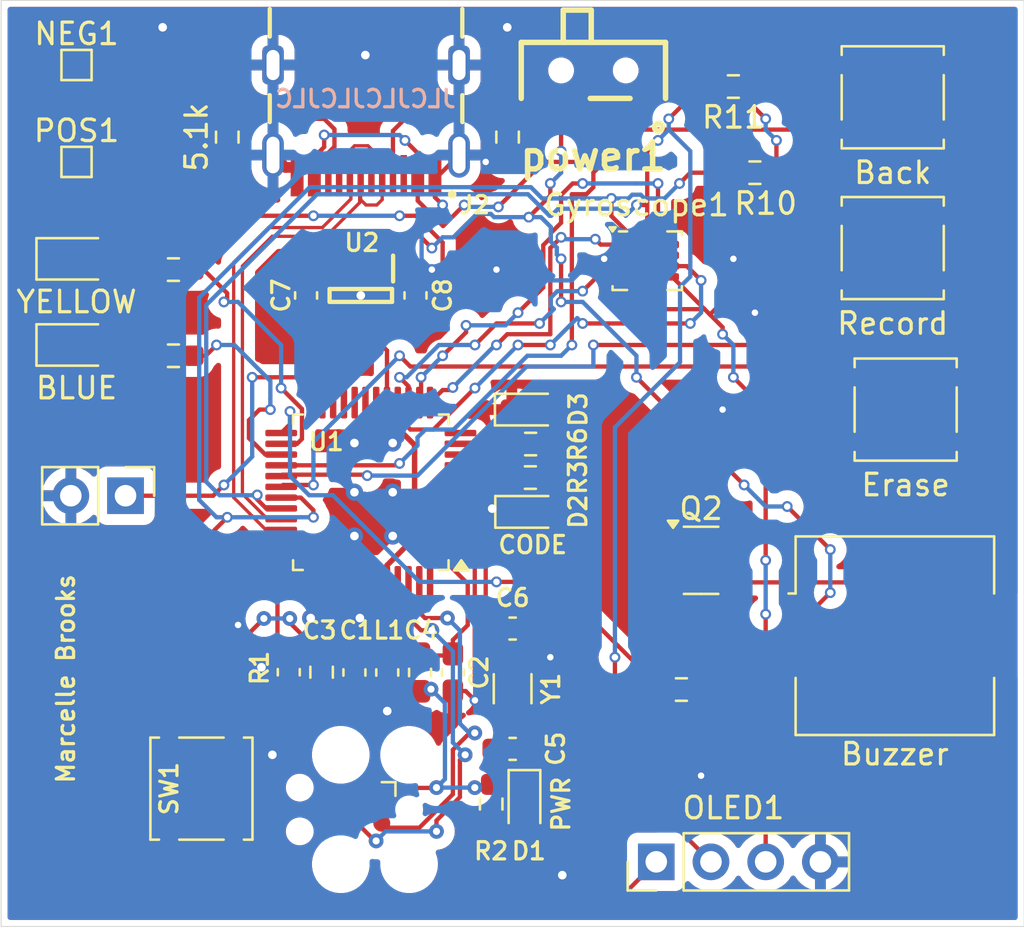
<source format=kicad_pcb>
(kicad_pcb (version 20240108) (generator "pcbnew") (generator_version "8.0")
  (layers (0 "F.Cu" signal) (31 "B.Cu" signal) (34 "B.Paste" user) (35 "F.Paste" user) (36 "B.SilkS" user "B.Silkscreen") (37 "F.SilkS" user "F.Silkscreen") (38 "B.Mask" user) (39 "F.Mask" user) (44 "Edge.Cuts" user))
  (net 0 "")
  (net 1 "Net-(U1-VDDCORE)")
  (net 2 "GND")
  (net 3 "/VDDANA")
  (net 4 "+3V3")
  (net 5 "/XC1")
  (net 6 "/XC2")
  (net 7 "VBUS")
  (net 8 "Net-(D1-A)")
  (net 9 "Net-(D2-A)")
  (net 10 "Net-(D3-A)")
  (net 11 "/LED1")
  (net 12 "/LED2")
  (net 13 "/POT")
  (net 16 "Net-(J2-CC1)")
  (net 17 "Net-(J2-CC2)")
  (net 18 "/SWD")
  (net 19 "/SWC")
  (net 20 "/D+")
  (net 21 "/D-")
  (net 22 "/~{RST}")
  (net 25 "Net-(D4-A)")
  (net 27 "Net-(D5-A)")
  (net 28 "+3.3V")
  (net 29 "/INT2")
  (net 31 "/SDA")
  (net 33 "/SAO")
  (net 34 "/CS")
  (net 39 "/SCL")
  (net 41 "/INT1")
  (net 47 "Net-(J2-VBUS-PadA4_B9)")
  (net 51 "/PRSN")
  (net 52 "Net-(Q2-B)")
  (net 53 "/BZ1")
  (net 54 "/A0")
  (net 55 "/A1")
  (net 56 "/BTN1")
  (net 57 "/BTN2")
  (net 58 "/BTN3")
  (net 59 "Net-(BZ1--)")
  (net 60 "unconnected-(U1-PA13-Pad22)")
  (footprint "Button_Switch_SMD:SW_SPST_TL3305A" (layer "F.Cu") (at 146.5 97)
    (property "Reference" "SW4" (hide yes))
    (property "Value" "Erase")
  )
  (footprint "hcipcb:SSSS810701" (layer "F.Cu") (at 131.25 83 180)
    (property "Reference" "power1" (hide yes))
    (property "Value" "SSSS810701" (hide yes))
  )
  (footprint "Connector_PinHeader_2.54mm:PinHeader_1x04_P2.54mm_Vertical" (layer "F.Cu") (at 134.92 118 90)
    (property "Reference" "OLED1")
    (property "Value" "Conn_01x04_Pin" (hide yes))
  )
  (footprint "LED_SMD:LED_0603_1608Metric_Pad1.05x0.95mm_HandSolder" (layer "F.Cu") (at 128.8 115.4 -90)
    (property "Reference" "D1")
    (property "Value" "GREEN")
  )
  (footprint "LED_SMD:LED_0805_2012Metric_Pad1.15x1.40mm_HandSolder" (layer "F.Cu") (at 108 90)
    (property "Reference" "D4" (hide yes))
    (property "Value" "YELLOW")
  )
  (footprint "Resistor_SMD:R_0603_1608Metric_Pad0.98x0.95mm_HandSolder" (layer "F.Cu") (at 129.075 100.15675)
    (property "Reference" "R3")
    (property "Value" "1k")
  )
  (footprint "Capacitor_SMD:C_0603_1608Metric_Pad1.08x0.95mm_HandSolder" (layer "F.Cu") (at 117.856 109.194 -90)
    (property "Reference" "C3")
    (property "Value" "0.1uF")
  )
  (footprint "Package_QFP:TQFP-48_7x7mm_P0.5mm" (layer "F.Cu") (at 121.666 100.838 180)
    (property "Reference" "U1")
    (property "Value" "ATSAMD21G18A-A")
  )
  (footprint "Inductor_SMD:L_0603_1608Metric_Pad1.05x0.95mm_HandSolder" (layer "F.Cu") (at 123.952 109.207 90)
    (property "Reference" "L1")
    (property "Value" "FB-30R")
  )
  (footprint "LED_SMD:LED_0603_1608Metric_Pad1.05x0.95mm_HandSolder" (layer "F.Cu") (at 129.0875 97)
    (property "Reference" "D3")
    (property "Value" "RED")
  )
  (footprint "Package_LGA:LGA-14_3x2.5mm_P0.5mm_LayoutBorder3x4y" (layer "F.Cu") (at 134.5 90.0875)
    (property "Reference" "Gyroscope1")
    (property "Value" "LSM6DS3")
  )
  (footprint "LED_SMD:LED_0603_1608Metric_Pad1.05x0.95mm_HandSolder" (layer "F.Cu") (at 129.104886 101.75)
    (property "Reference" "D2")
    (property "Value" "RED")
  )
  (footprint "Buzzer_Beeper:Buzzer_Murata_PKMCS0909E" (layer "F.Cu") (at 146 107.5)
    (property "Reference" "BZ1" (hide yes))
    (property "Value" "Buzzer")
  )
  (footprint "Capacitor_SMD:C_0603_1608Metric_Pad1.08x0.95mm_HandSolder" (layer "F.Cu") (at 128.25 107.168)
    (property "Reference" "C6")
    (property "Value" "15uF")
  )
  (footprint "Capacitor_SMD:C_0603_1608Metric_Pad1.08x0.95mm_HandSolder" (layer "F.Cu") (at 122.428 109.207 -90)
    (property "Reference" "C4")
    (property "Value" "0.1uF")
  )
  (footprint "Capacitor_SMD:C_0603_1608Metric_Pad1.08x0.95mm_HandSolder" (layer "F.Cu") (at 125.476 109.207 -90)
    (property "Reference" "C2")
    (property "Value" "0.1uF")
  )
  (footprint "hcipcb:GCT_USB4105-GF-A" (layer "F.Cu") (at 121.443119 80.999999 180)
    (property "Reference" "J2")
    (property "Value" "USB4105-GF-A")
  )
  (footprint "Resistor_SMD:R_0603_1608Metric_Pad0.98x0.95mm_HandSolder" (layer "F.Cu") (at 136.0875 110)
    (property "Reference" "R7" (hide yes))
    (property "Value" "1k")
  )
  (footprint "Button_Switch_SMD:SW_SPST_TL3305A" (layer "F.Cu") (at 145.9 89.5)
    (property "Reference" "SW3" (hide yes))
    (property "Value" "Record")
  )
  (footprint "Resistor_SMD:R_0603_1608Metric_Pad0.98x0.95mm_HandSolder" (layer "F.Cu") (at 138.5 82 180)
    (property "Reference" "R11")
    (property "Value" "4.7k")
  )
  (footprint "Package_TO_SOT_SMD:SOT-23-3" (layer "F.Cu") (at 137 104)
    (property "Reference" "Q2")
    (property "Value" "BC107")
  )
  (footprint "Resistor_SMD:R_0603_1608Metric_Pad0.98x0.95mm_HandSolder" (layer "F.Cu") (at 127.254 115.316 -90)
    (property "Reference" "R2")
    (property "Value" "1k")
  )
  (footprint "Resistor_SMD:R_0603_1608Metric_Pad0.98x0.95mm_HandSolder" (layer "F.Cu") (at 128.016 84.348 -90)
    (property "Reference" "R4" (hide yes))
    (property "Value" "5.1k")
  )
  (footprint "Button_Switch_SMD:SW_SPST_TL3305A" (layer "F.Cu") (at 145.9 82.5)
    (property "Reference" "SW2" (hide yes))
    (property "Value" "Back")
  )
  (footprint "Capacitor_SMD:C_0603_1608Metric_Pad1.08x0.95mm_HandSolder" (layer "F.Cu") (at 118.66 91.7 90)
    (property "Reference" "C7")
    (property "Value" "1uF")
  )
  (footprint "TestPoint:TestPoint_Pad_1.0x1.0mm" (layer "F.Cu") (at 108 81)
    (property "Reference" "NEG1")
    (property "Value" "TestPoint")
  )
  (footprint "Capacitor_SMD:C_0603_1608Metric_Pad1.08x0.95mm_HandSolder" (layer "F.Cu") (at 123.74 91.7 90)
    (property "Reference" "C8")
    (property "Value" "1uF")
  )
  (footprint "Resistor_SMD:R_0603_1608Metric_Pad0.98x0.95mm_HandSolder" (layer "F.Cu") (at 129.0875 98.6)
    (property "Reference" "R6")
    (property "Value" "1k")
  )
  (footprint "Capacitor_SMD:C_0603_1608Metric_Pad1.08x0.95mm_HandSolder" (layer "F.Cu") (at 120.904 109.207 -90)
    (property "Reference" "C1")
    (property "Value" "0.1uF")
  )
  (footprint "Button_Switch_SMD:SW_SPST_TL3305A" (layer "F.Cu") (at 113.8 114.6 -90)
    (property "Reference" "SW1")
    (property "Value" "SW_Push")
  )
  (footprint "Resistor_SMD:R_0603_1608Metric_Pad0.98x0.95mm_HandSolder" (layer "F.Cu") (at 115 84.348 -90)
    (property "Reference" "R5" (hide yes))
    (property "Value" "5.1k")
  )
  (footprint "hcipcb:SOT95P280X145-5N" (layer "F.Cu") (at 121.2 91.7 -90)
    (property "Reference" "U2")
    (property "Value" "TLV73333PQDBVRQ1" (hide yes))
  )
  (footprint "Capacitor_SMD:C_0603_1608Metric_Pad1.08x0.95mm_HandSolder" (layer "F.Cu") (at 128.25 112.756)
    (property "Reference" "C5")
    (property "Value" "15uF")
  )
  (footprint "Resistor_SMD:R_0603_1608Metric_Pad0.98x0.95mm_HandSolder" (layer "F.Cu") (at 112.5 90.5 180)
    (property "Reference" "R8" (hide yes))
    (property "Value" "1k")
  )
  (footprint "Resistor_SMD:R_0603_1608Metric_Pad0.98x0.95mm_HandSolder" (layer "F.Cu") (at 139.5 86 180)
    (property "Reference" "R10")
    (property "Value" "4.7k")
  )
  (footprint "Connector_PinHeader_2.54mm:PinHeader_1x02_P2.54mm_Vertical" (layer "F.Cu") (at 110.275 101 -90)
    (property "Reference" "PressureSensor1" (hide yes))
    (property "Value" "Conn_01x02_Pin" (hide yes))
  )
  (footprint "LED_SMD:LED_0805_2012Metric_Pad1.15x1.40mm_HandSolder" (layer "F.Cu") (at 108 94)
    (property "Reference" "D5" (hide yes))
    (property "Value" "BLUE")
  )
  (footprint "Resistor_SMD:R_0603_1608Metric_Pad0.98x0.95mm_HandSolder" (layer "F.Cu") (at 112.5 94.5 180)
    (property "Reference" "R9" (hide yes))
    (property "Value" "1k")
  )
  (footprint "TestPoint:TestPoint_Pad_1.0x1.0mm" (layer "F.Cu") (at 108 85.5)
    (property "Reference" "POS1")
    (property "Value" "TestPoint")
  )
  (footprint "Connector:Tag-Connect_TC2030-IDC-FP_2x03_P1.27mm_Vertical" (layer "F.Cu") (at 120.904 115.57 180)
    (property "Reference" "J1" (hide yes))
    (property "Value" "SWD_TAG-CONNECT")
  )
  (footprint "Crystal:Crystal_SMD_3215-2Pin_3.2x1.5mm" (layer "F.Cu") (at 128.25 109.962 90)
    (property "Reference" "Y1")
    (property "Value" "Crystal_Small")
  )
  (footprint "Resistor_SMD:R_0603_1608Metric_Pad0.98x0.95mm_HandSolder" (layer "F.Cu") (at 119.38 109.194 90)
    (property "Reference" "R1")
    (property "Value" "10k")
  )
  (gr_line (start 132.5 90) (end 131.5 90.5) (stroke (width 0.254)) (layer "B.Cu") (net 2))
  (gr_rect (start 104.5 78) (end 152 121) (stroke (width 0.0381)) (fill none) (layer "Edge.Cuts"))
  (gr_text "JLCJLCJLCJLC" (at 121.412 82.57 0) (layer "B.SilkS") (effects (font (size 0.8128 0.8128) (thickness 0.1524)) (justify mirror)))
  (gr_text "PWR" (at 130.5 115.316 90) (layer "F.SilkS") (effects (font (size 0.8 0.8) (thickness 0.15) (bold yes))))
  (gr_text "Marcelle Brooks\n" (at 107.5 109.5 90) (layer "F.SilkS") (effects (font (size 0.8 0.8) (thickness 0.15) (bold yes))))
  (gr_text "CODE" (at 127.5 103.75 0) (layer "F.SilkS") (effects (font (size 0.8 0.8) (thickness 0.15) (bold yes)) (justify left bottom)))
  (segment (start 121.916 107.42) (end 121.916 105.0005) (width 0.2) (layer "F.Cu") (net 1))
  (segment (start 120.904 108.432) (end 121.916 107.42) (width 0.2) (layer "F.Cu") (net 1))
  (segment (start 124.1625 90.8375) (end 124.5 90.5) (width 0.2) (layer "F.Cu") (net 2))
  (segment (start 121.2 91.7) (end 121.2 90.45) (width 0.5) (layer "F.Cu") (net 2))
  (segment (start 135 91) (end 134.5 91) (width 0.2) (layer "F.Cu") (net 2))
  (segment (start 122.965 91.7) (end 123.74 90.925) (width 0.5) (layer "F.Cu") (net 2))
  (segment (start 121.416 106.422) (end 121.416 105.0005) (width 0.2) (layer "F.Cu") (net 2))
  (segment (start 121.916 97.54) (end 121.916 96.6755) (width 0.2) (layer "F.Cu") (net 2))
  (segment (start 120.904 102.87) (end 121.416 103.382) (width 0.2) (layer "F.Cu") (net 2))
  (segment (start 134.149999 90.3375) (end 134.5 90.687501) (width 0.2) (layer "F.Cu") (net 2))
  (segment (start 133.3375 89.8375) (end 133.3375 90.3375) (width 0.2) (layer "F.Cu") (net 2))
  (segment (start 120.904 98.552) (end 121.916 97.54) (width 0.2) (layer "F.Cu") (net 2))
  (segment (start 124.803119 86.139999) (end 125.763119 85.179999) (width 0.2) (layer "F.Cu") (net 2))
  (segment (start 119.272179 115.423821) (end 117.455821 115.423821) (width 0.25) (layer "F.Cu") (net 2))
  (segment (start 118.243119 85.754999) (end 117.698119 85.754999) (width 0.5) (layer "F.Cu") (net 2))
  (segment (start 132.6625 89.8375) (end 132.5 90) (width 0.2) (layer "F.Cu") (net 2))
  (segment (start 121.158 106.68) (end 121.416 106.422) (width 0.2) (layer "F.Cu") (net 2))
  (segment (start 119.435 91.7) (end 118.66 92.475) (width 0.5) (layer "F.Cu") (net 2))
  (segment (start 121.2 91.7) (end 119.435 91.7) (width 0.5) (layer "F.Cu") (net 2))
  (segment (start 119.852 103.088) (end 120.686 103.088) (width 0.2) (layer "F.Cu") (net 2))
  (segment (start 133.3375 89.8375) (end 132.6625 89.8375) (width 0.2) (layer "F.Cu") (net 2))
  (segment (start 124.412 85.424) (end 124.392 85.444) (width 0.2) (layer "F.Cu") (net 2))
  (segment (start 121.416 103.382) (end 121.416 105.0005) (width 0.2) (layer "F.Cu") (net 2))
  (segment (start 128.245255 101.588) (end 128.317386 101.660131) (width 0.2) (layer "F.Cu") (net 2))
  (segment (start 133.3375 90.3375) (end 134.149999 90.3375) (width 0.2) (layer "F.Cu") (net 2))
  (segment (start 117.5035 103.088) (end 119.852 103.088) (width 0.2) (layer "F.Cu") (net 2))
  (segment (start 129.1125 107.168) (end 129.1125 107.6125) (width 0.2) (layer "F.Cu") (net 2))
  (segment (start 123.74 90.8375) (end 124.1625 90.8375) (width 0.2) (layer "F.Cu") (net 2))
  (segment (start 125.476 110.0695) (end 126.0695 110.0695) (width 0.2) (layer "F.Cu") (net 2))
  (segment (start 126.0695 110.0695) (end 126.5 110.5) (width 0.2) (layer "F.Cu") (net 2))
  (segment (start 125.8285 101.588) (end 128.245255 101.588) (width 0.2) (layer "F.Cu") (net 2))
  (segment (start 124.643119 87.143119) (end 125 87.5) (width 0.2) (layer "F.Cu") (net 2))
  (segment (start 129.1125 107.6125) (end 130 108.5) (width 0.2) (layer "F.Cu") (net 2))
  (segment (start 124.643119 86.139999) (end 124.803119 86.139999) (width 0.2) (layer "F.Cu") (net 2))
  (segment (start 117.698119 85.754999) (end 117.123119 85.179999) (width 0.5) (layer "F.Cu") (net 2))
  (segment (start 119.761 114.935) (end 119.272179 115.423821) (width 0.25) (layer "F.Cu") (net 2))
  (segment (start 120.686 103.088) (end 120.904 102.87) (width 0.2) (layer "F.Cu") (net 2))
  (segment (start 124.643119 86.139999) (end 124.643119 87.143119) (width 0.2) (layer "F.Cu") (net 2))
  (segment (start 134.5 90.687501) (end 134.5 91) (width 0.2) (layer "F.Cu") (net 2))
  (segment (start 125.73 110.236) (end 125.476 109.982) (width 0.2) (layer "F.Cu") (net 2))
  (segment (start 121.2 91.7) (end 122.965 91.7) (width 0.5) (layer "F.Cu") (net 2))
  (via (at 120.904 100.838) (size 0.8) (drill 0.4) (layers "F.Cu" "B.Cu") (net 2))
  (via (at 126.5 110.5) (size 0.5) (drill 0.3) (layers "F.Cu" "B.Cu") (net 2))
  (via (at 127.3 101.6) (size 0.8) (drill 0.4) (layers "F.Cu" "B.Cu") (net 2))
  (via (at 130 108.5) (size 0.5) (drill 0.3) (layers "F.Cu" "B.Cu") (net 2))
  (via (at 132.5 90) (size 0.5) (drill 0.3) (layers "F.Cu" "B.Cu") (net 2))
  (via (at 127 85.5) (size 0.5) (drill 0.3) (layers "F.Cu" "B.Cu") (net 2))
  (via (at 120.904 98.552) (size 0.8) (drill 0.4) (layers "F.Cu" "B.Cu") (net 2))
  (via (at 130.556 118.618) (size 0.8) (drill 0.4) (layers "F.Cu" "B.Cu") (net 2))
  (via (at 117.094 113.03) (size 0.8) (drill 0.4) (layers "F.Cu" "B.Cu") (net 2))
  (via (at 118.872 106.68) (size 0.8) (drill 0.4) (layers "F.Cu" "B.Cu") (net 2))
  (via (at 115.5 107) (size 0.5) (drill 0.3) (layers "F.Cu" "B.Cu") (net 2))
  (via (at 120.904 102.87) (size 0.8) (drill 0.4) (layers "F.Cu" "B.Cu") (net 2))
  (via (at 139.5 92.5) (size 0.5) (drill 0.3) (layers "F.Cu" "B.Cu") (net 2))
  (via (at 122.682 102.87) (size 0.8) (drill 0.4) (layers "F.Cu" "B.Cu") (net 2))
  (via (at 127.5 90.5) (size 0.5) (drill 0.3) (layers "F.Cu" "B.Cu") (net 2))
  (via (at 122.682 100.838) (size 0.8) (drill 0.4) (layers "F.Cu" "B.Cu") (net 2))
  (via (at 122.682 98.552) (size 0.8) (drill 0.4) (layers "F.Cu" "B.Cu") (net 2))
  (via (at 121.158 106.68) (size 0.8) (drill 0.4) (layers "F.Cu" "B.Cu") (net 2))
  (via (at 138 97) (size 0.5) (drill 0.3) (layers "F.Cu" "B.Cu") (net 2))
  (via (at 121.412 80.538) (size 0.8) (drill 0.4) (layers "F.Cu" "B.Cu") (net 2))
  (via (at 112 79.25) (size 0.8) (drill 0.4) (layers "F.Cu" "B.Cu") (net 2))
  (via (at 116.586 108.966) (size 0.8) (drill 0.4) (layers "F.Cu" "B.Cu") (net 2))
  (via (at 138.5 90) (size 0.5) (drill 0.3) (layers "F.Cu" "B.Cu") (net 2))
  (via (at 125 87.5) (size 0.5) (drill 0.3) (layers "F.Cu" "B.Cu") (net 2))
  (via (at 137 114) (size 0.5) (drill 0.3) (layers "F.Cu" "B.Cu") (net 2))
  (via (at 128 79.25) (size 0.8) (drill 0.4) (layers "F.Cu" "B.Cu") (net 2))
  (via (at 121.2 91.7) (size 0.8) (drill 0.4) (layers "F.Cu" "B.Cu") (net 2))
  (via (at 122.428 110.998) (size 0.8) (drill 0.4) (layers "F.Cu" "B.Cu") (net 2))
  (via (at 124.5 90.5) (size 0.5) (drill 0.3) (layers "F.Cu" "B.Cu") (net 2))
  (segment (start 124.023 90.023) (end 124.5 90.5) (width 0.2) (layer "B.Cu") (net 2))
  (segment (start 124.5 90.5) (end 127.5 90.5) (width 0.2) (layer "B.Cu") (net 2))
  (segment (start 125 87.5) (end 124.023 88.477) (width 0.2) (layer "B.Cu") (net 2))
  (segment (start 128 91) (end 127.5 90.5) (width 0.2) (layer "B.Cu") (net 2))
  (segment (start 117.123119 85.179999) (end 117.123119 80.999999) (width 0.5) (layer "B.Cu") (net 2))
  (segment (start 124.023 88.477) (end 124.023 90.023) (width 0.2) (layer "B.Cu") (net 2))
  (segment (start 131 91) (end 128 91) (width 0.2) (layer "B.Cu") (net 2))
  (segment (start 126.5 110.5) (end 129 108) (width 0.2) (layer "B.Cu") (net 2))
  (segment (start 129 108) (end 129 107.5) (width 0.2) (layer "B.Cu") (net 2))
  (segment (start 131.5 90.5) (end 131 91) (width 0.2) (layer "B.Cu") (net 2))
  (segment (start 125.763119 85.179999) (end 125.763119 80.999999) (width 0.5) (layer "B.Cu") (net 2))
  (segment (start 126.16548 105.08348) (end 125.04652 103.96452) (width 0.2) (layer "F.Cu") (net 3))
  (segment (start 125.4635 108.4195) (end 125.476 108.432) (width 0.2) (layer "F.Cu") (net 3))
  (segment (start 125.476 107.696) (end 126.16496 107.00704) (width 0.2) (layer "F.Cu") (net 3))
  (segment (start 126.16548 105.822968) (end 126.16548 105.08348) (width 0.2) (layer "F.Cu") (net 3))
  (segment (start 123.952 108.4195) (end 125.4635 108.4195) (width 0.2) (layer "F.Cu") (net 3))
  (segment (start 125.041107 103.96452) (end 124.79148 103.714893) (width 0.2) (layer "F.Cu") (net 3))
  (segment (start 125.476 108.432) (end 125.476 107.696) (width 0.2) (layer "F.Cu") (net 3))
  (segment (start 125.04652 103.96452) (end 125.041107 103.96452) (width 0.2) (layer "F.Cu") (net 3))
  (segment (start 126.16496 105.823488) (end 126.16548 105.822968) (width 0.2) (layer "F.Cu") (net 3))
  (segment (start 125.061349 101.088) (end 125.8285 101.088) (width 0.2) (layer "F.Cu") (net 3))
  (segment (start 124.79148 101.357869) (end 125.061349 101.088) (width 0.2) (layer "F.Cu") (net 3))
  (segment (start 124.79148 103.714893) (end 124.79148 101.357869) (width 0.2) (layer "F.Cu") (net 3))
  (segment (start 126.16496 107.00704) (end 126.16496 105.823488) (width 0.2) (layer "F.Cu") (net 3))
  (segment (start 123 88) (end 123.760818 88) (width 0.2) (layer "F.Cu") (net 4))
  (segment (start 122.416 96.6755) (end 122.416 94.255175) (width 0.2) (layer "F.Cu") (net 4))
  (segment (start 123.698 98.643795) (end 122.844205 97.79) (width 0.254) (layer "F.Cu") (net 4))
  (segment (start 122.216 92.884) (end 122.216 94.055175) (width 0.2) (layer "F.Cu") (net 4))
  (segment (start 124.4475 109.9945) (end 123.952 109.9945) (width 0.2) (layer "F.Cu") (net 4))
  (segment (start 123.843 92.475) (end 123.74 92.475) (width 0.2) (layer "F.Cu") (net 4))
  (segment (start 125 89.239182) (end 125 91.3025) (width 0.2) (layer "F.Cu") (net 4))
  (segment (start 127.191 114.554) (end 127.254 114.491) (width 0.2) (layer "F.Cu") (net 4))
  (segment (start 117.330589 107.893589) (end 117.330589 103.760911) (width 0.2) (layer "F.Cu") (net 4))
  (segment (start 122.844205 97.79) (end 122.828403 97.79) (width 0.254) (layer "F.Cu") (net 4))
  (segment (start 117.856 108.419) (end 117.330589 107.893589) (width 0.2) (layer "F.Cu") (net 4))
  (segment (start 121.62752 109.23248) (end 122.428 108.432) (width 0.2) (layer "F.Cu") (net 4))
  (segment (start 123.6315 92.5835) (end 122.5165 92.5835) (width 0.2) (layer "F.Cu") (net 4))
  (segment (start 122.921394 114.554) (end 122.682 114.554) (width 0.2) (layer "F.Cu") (net 4))
  (segment (start 122.5165 92.5835) (end 122.216 92.884) (width 0.2) (layer "F.Cu") (net 4))
  (segment (start 122.416 97.377597) (end 122.416 96.6755) (width 0.254) (layer "F.Cu") (net 4))
  (segment (start 124.701029 114.566971) (end 122.934365 114.566971) (width 0.2) (layer "F.Cu") (net 4))
  (segment (start 124.714 114.554) (end 124.701029 114.566971) (width 0.2) (layer "F.Cu") (net 4))
  (segment (start 122.416 94.255175) (end 122.216 94.055175) (width 0.2) (layer "F.Cu") (net 4))
  (segment (start 122.416 105.0005) (end 122.416 104.233103) (width 0.254) (layer "F.Cu") (net 4))
  (segment (start 122.682 114.554) (end 122.301 114.935) (width 0.2) (layer "F.Cu") (net 4))
  (segment (start 122.416 104.233103) (end 123.698 102.951103) (width 0.254) (layer "F.Cu") (net 4))
  (segment (start 119.38 110.019) (end 120.16652 109.23248) (width 0.2) (layer "F.Cu") (net 4))
  (segment (start 119.38 109.943) (end 117.856 108.419) (width 0.2) (layer "F.Cu") (net 4))
  (segment (start 126.492 114.554) (end 127.191 114.554) (width 0.2) (layer "F.Cu") (net 4))
  (segment (start 122.416 105.0005) (end 122.416 108.42) (width 0.2) (layer "F.Cu") (net 4))
  (segment (start 122.828403 97.79) (end 122.416 97.377597) (width 0.254) (layer "F.Cu") (net 4))
  (segment (start 125 91.3025) (end 123.74 92.5625) (width 0.2) (layer "F.Cu") (net 4))
  (segment (start 122.428 108.432) (end 122.428 108.4705) (width 0.2) (layer "F.Cu") (net 4))
  (segment (start 119.38 110.019) (end 119.38 109.943) (width 0.2) (layer "F.Cu") (net 4))
  (segment (start 108 85.5) (end 110.5 88) (width 0.2) (layer "F.Cu") (net 4))
  (segment (start 117.330589 103.760911) (end 117.5035 103.588) (width 0.2) (layer "F.Cu") (net 4))
  (segment (start 123.698 102.951103) (end 123.698 98.643795) (width 0.254) (layer "F.Cu") (net 4))
  (segment (start 110.5 88) (end 119 88) (width 0.2) (layer "F.Cu") (net 4))
  (segment (start 123.760818 88) (end 125 89.239182) (width 0.2) (layer "F.Cu") (net 4))
  (segment (start 124.46 109.982) (end 124.4475 109.9945) (width 0.2) (layer "F.Cu") (net 4))
  (segment (start 122.428 108.4705) (end 123.952 109.9945) (width 0.2) (layer "F.Cu") (net 4))
  (segment (start 122.416 108.42) (end 122.428 108.432) (width 0.2) (layer "F.Cu") (net 4))
  (segment (start 122.934365 114.566971) (end 122.921394 114.554) (width 0.2) (layer "F.Cu") (net 4))
  (segment (start 120.16652 109.23248) (end 121.62752 109.23248) (width 0.2) (layer "F.Cu") (net 4))
  (via (at 126.492 114.554) (size 0.6858) (drill 0.3302) (layers "F.Cu" "B.Cu") (net 4))
  (via (at 123 88) (size 0.5) (drill 0.3) (layers "F.Cu" "B.Cu") (net 4))
  (via (at 124.46 109.982) (size 0.6858) (drill 0.3302) (layers "F.Cu" "B.Cu") (net 4))
  (via (at 124.714 114.554) (size 0.6858) (drill 0.3302) (layers "F.Cu" "B.Cu") (net 4))
  (via (at 119 88) (size 0.5) (drill 0.3) (layers "F.Cu" "B.Cu") (net 4))
  (segment (start 125.107971 114.160029) (end 124.714 114.554) (width 0.2) (layer "B.Cu") (net 4))
  (segment (start 124.714 114.554) (end 126.492 114.554) (width 0.2) (layer "B.Cu") (net 4))
  (segment (start 124.46 109.982) (end 125.103489 110.625489) (width 0.2) (layer "B.Cu") (net 4))
  (segment (start 125.107971 111.261992) (end 125.107971 114.160029) (width 0.2) (layer "B.Cu") (net 4))
  (segment (start 125.103489 110.625489) (end 125.103489 111.25751) (width 0.2) (layer "B.Cu") (net 4))
  (segment (start 119 88) (end 123 88) (width 0.2) (layer "B.Cu") (net 4))
  (segment (start 125.103489 111.25751) (end 125.107971 111.261992) (width 0.2) (layer "B.Cu") (net 4))
  (segment (start 125.8285 103.588) (end 126.492 104.2515) (width 0.2) (layer "F.Cu") (net 5))
  (segment (start 128.016 111.252) (end 128.016 111.981) (width 0.2) (layer "F.Cu") (net 5))
  (segment (start 126.49148 109.72748) (end 128.016 111.252) (width 0.2) (layer "F.Cu") (net 5))
  (segment (start 126.492 105.958217) (end 126.49148 105.958737) (width 0.2) (layer "F.Cu") (net 5))
  (segment (start 128.016 111.981) (end 127.241 112.756) (width 0.2) (layer "F.Cu") (net 5))
  (segment (start 126.49148 105.958737) (end 126.49148 109.72748) (width 0.2) (layer "F.Cu") (net 5))
  (segment (start 126.492 104.2515) (end 126.492 105.958217) (width 0.2) (layer "F.Cu") (net 5))
  (segment (start 127 106.934) (end 128.016 107.95) (width 0.2) (layer "F.Cu") (net 6))
  (segment (start 128.016 107.95) (end 128.016 107.97) (width 0.2) (layer "F.Cu") (net 6))
  (segment (start 128.016 108.478) (end 128.25 108.712) (width 0.25) (layer "F.Cu") (net 6))
  (segment (start 128.016 107.97) (end 128.016 108.478) (width 0.25) (layer "F.Cu") (net 6))
  (segment (start 125.8285 103.088) (end 126.631006 103.088) (width 0.2) (layer "F.Cu") (net 6))
  (segment (start 126.631006 103.088) (end 127 103.456994) (width 0.2) (layer "F.Cu") (net 6))
  (segment (start 127 103.456994) (end 127 106.934) (width 0.2) (layer "F.Cu") (net 6))
  (segment (start 130.5 85) (end 130.5 83.75) (width 0.2) (layer "F.Cu") (net 7))
  (segment (start 131.25 82.25) (end 131.25 83.25) (width 0.2) (layer "F.Cu") (net 7))
  (segment (start 120.25 89.908142) (end 120.25 89.82907) (width 0.5) (layer "F.Cu") (net 7))
  (segment (start 122.15 90.45) (end 122.15 89.922) (width 0.5) (layer "F.Cu") (net 7))
  (segment (start 139 100.5) (end 134 95.5) (width 0.2) (layer "F.Cu") (net 7))
  (segment (start 130 86.5) (end 130 87.06429) (width 0.2) (layer "F.Cu") (net 7))
  (segment (start 122.15 90.45) (end 123.7401 88.8599) (width 0.5) (layer "F.Cu") (net 7))
  (segment (start 141.65 106.85) (end 143 105.5) (width 0.2) (layer "F.Cu") (net 7))
  (segment (start 130.5 83.75) (end 131.25 83) (width 0.2) (layer "F.Cu") (net 7))
  (segment (start 118.66 90.925) (end 119.135 90.45) (width 0.5) (layer "F.Cu") (net 7))
  (segment (start 123.35 89.25) (end 123.7401 88.8599) (width 0.5) (layer "F.Cu") (net 7))
  (segment (start 120.82907 89.25) (end 123.35 89.25) (width 0.5) (layer "F.Cu") (net 7))
  (segment (start 124.5 89.5) (end 123.8599 88.8599) (width 0.2) (layer "F.Cu") (net 7))
  (segment (start 130 87.06429) (end 129 88.06429) (width 0.2) (layer "F.Cu") (net 7))
  (segment (start 130.5 92) (end 130.5 90) (width 0.2) (layer "F.Cu") (net 7))
  (segment (start 123.8599 88.8599) (end 123.7401 88.8599) (width 0.2) (layer "F.Cu") (net 7))
  (segment (start 120.25 89.82907) (end 120.82907 89.25) (width 0.5) (layer "F.Cu") (net 7))
  (segment (start 142 102.5) (end 141 101.5) (width 0.2) (layer "F.Cu") (net 7))
  (segment (start 123.7401 88.8599) (end 123.843119 88.756881) (width 0.5) (layer "F.Cu") (net 7))
  (segment (start 119.135 90.45) (end 120.25 90.45) (width 0.5) (layer "F.Cu") (net 7))
  (segment (start 122.15 89.95) (end 122.15 90.3085) (width 0.5) (layer "F.Cu") (net 7))
  (segment (start 143 103.5) (end 142 102.5) (width 0.2) (layer "F.Cu") (net 7))
  (segment (start 141.65 107.5) (end 141.65 106.85) (width 0.2) (layer "F.Cu") (net 7))
  (via (at 143 103.5) (size 0.5) (drill 0.3) (layers "F.Cu" "B.Cu") (net 7))
  (via (at 130.5 92) (size 0.5) (drill 0.3) (layers "F.Cu" "B.Cu") (net 7))
  (via (at 141 101.5) (size 0.5) (drill 0.3) (layers "F.Cu" "B.Cu") (net 7))
  (via (at 134 95.5) (size 0.5) (drill 0.3) (layers "F.Cu" "B.Cu") (net 7))
  (via (at 129 88.06429) (size 0.5) (drill 0.3) (layers "F.Cu" "B.Cu") (net 7))
  (via (at 130.5 90) (size 0.5) (drill 0.3) (layers "F.Cu" "B.Cu") (net 7))
  (via (at 124.5 89.5) (size 0.5) (drill 0.3) (layers "F.Cu" "B.Cu") (net 7))
  (via (at 130.5 85) (size 0.5) (drill 0.3) (layers "F.Cu" "B.Cu") (net 7))
  (via (at 130 86.5) (size 0.5) (drill 0.3) (layers "F.Cu" "B.Cu") (net 7))
  (via (at 139 100.5) (size 0.5) (drill 0.3) (layers "F.Cu" "B.Cu") (net 7))
  (via (at 143 105.5) (size 0.5) (drill 0.3) (layers "F.Cu" "B.Cu") (net 7))
  (segment (start 127.38971 88.06429) (end 127.23971 87.91429) (width 0.2) (layer "B.Cu") (net 7))
  (segment (start 130.5 92) (end 131.5 92) (width 0.2) (layer "B.Cu") (net 7))
  (segment (start 130.5 90) (end 130.30242 89.80242) (width 0.2) (layer "B.Cu") (net 7))
  (segment (start 129 88.06429) (end 127.38971 88.06429) (width 0.2) (layer "B.Cu") (net 7))
  (segment (start 127.23971 87.91429) (end 126.58571 87.91429) (width 0.2) (layer "B.Cu") (net 7))
  (segment (start 130.023 88.523) (end 129.56429 88.06429) (width 0.2) (layer "B.Cu") (net 7))
  (segment (start 134 94.5) (end 134 95.5) (width 0.2) (layer "B.Cu") (net 7))
  (segment (start 130.023 89.19758) (end 130.023 88.523) (width 0.2) (layer "B.Cu") (net 7))
  (segment (start 125.5 89) (end 125 89) (width 0.2) (layer "B.Cu") (net 7))
  (segment (start 141 101.5) (end 140 101.5) (width 0.2) (layer "B.Cu") (net 7))
  (segment (start 131.5 92) (end 134 94.5) (width 0.2) (layer "B.Cu") (net 7))
  (segment (start 130.30242 89.477) (end 130.023 89.19758) (width 0.2) (layer "B.Cu") (net 7))
  (segment (start 130.5 86) (end 130 86.5) (width 0.2) (layer "B.Cu") (net 7))
  (segment (start 140 101.5) (end 139 100.5) (width 0.2) (layer "B.Cu") (net 7))
  (segment (start 129.56429 88.06429) (end 129 88.06429) (width 0.2) (layer "B.Cu") (net 7))
  (segment (start 126.58571 87.91429) (end 125.5 89) (width 0.2) (layer "B.Cu") (net 7))
  (segment (start 143 105.5) (end 143 103.5) (width 0.2) (layer "B.Cu") (net 7))
  (segment (start 130.5 85) (end 130.5 86) (width 0.2) (layer "B.Cu") (net 7))
  (segment (start 130.30242 89.80242) (end 130.30242 89.477) (width 0.2) (layer "B.Cu") (net 7))
  (segment (start 125 89) (end 124.5 89.5) (width 0.2) (layer "B.Cu") (net 7))
  (segment (start 127.254 116.141) (end 128.7405 116.141) (width 0.2) (layer "F.Cu") (net 8))
  (segment (start 129.9 100.15675) (end 129.9 101.64325) (width 0.2) (layer "F.Cu") (net 9))
  (segment (start 129.9125 98.6) (end 129.9125 97.1375) (width 0.254) (layer "F.Cu") (net 10))
  (segment (start 129.9125 97.1375) (end 129.875 97.1) (width 0.254) (layer "F.Cu") (net 10))
  (segment (start 125.8285 99.088) (end 127.18125 99.088) (width 0.2) (layer "F.Cu") (net 11))
  (segment (start 127.18125 99.088) (end 128.25 100.15675) (width 0.2) (layer "F.Cu") (net 11))
  (segment (start 125.8405 98.6) (end 125.8285 98.588) (width 0.2) (layer "F.Cu") (net 12))
  (segment (start 128.2625 98.6) (end 125.8405 98.6) (width 0.2) (layer "F.Cu") (net 12))
  (segment (start 127.993 83.5) (end 123.25 83.5) (width 0.2) (layer "F.Cu") (net 16))
  (segment (start 122.693119 84.056881) (end 122.693119 85.754999) (width 0.2) (layer "F.Cu") (net 16))
  (segment (start 128.016 83.523) (end 127.993 83.5) (width 0.2) (layer "F.Cu") (net 16))
  (segment (start 123.25 83.5) (end 122.693119 84.056881) (width 0.2) (layer "F.Cu") (net 16))
  (segment (start 119.693119 85.075999) (end 119.693119 85.754999) (width 0.2) (layer "F.Cu") (net 17))
  (segment (start 119.5 83.5) (end 119.977 83.977) (width 0.2) (layer "F.Cu") (net 17))
  (segment (start 115 83.523) (end 115.023 83.5) (width 0.2) (layer "F.Cu") (net 17))
  (segment (start 115.023 83.5) (end 119.5 83.5) (width 0.2) (layer "F.Cu") (net 17))
  (segment (start 119.977 84.792118) (end 119.693119 85.075999) (width 0.2) (layer "F.Cu") (net 17))
  (segment (start 119.977 83.977) (end 119.977 84.792118) (width 0.2) (layer "F.Cu") (net 17))
  (segment (start 123.416 105.916585) (end 123.416 105.0005) (width 0.2) (layer "F.Cu") (net 18))
  (segment (start 125.476 114.859758) (end 123.920937 116.414821) (width 0.2) (layer "F.Cu") (net 18))
  (segment (start 126.492 112.014) (end 126.25613 112.014) (width 0.2) (layer "F.Cu") (net 18))
  (segment (start 122.510821 116.414821) (end 122.301 116.205) (width 0.2) (layer "F.Cu") (net 18))
  (segment (start 126.25613 112.014) (end 125.476 112.79413) (width 0.2) (layer "F.Cu") (net 18))
  (segment (start 125.476 112.79413) (end 125.476 114.859758) (width 0.2) (layer "F.Cu") (net 18))
  (segment (start 125.222 106.68) (end 124.179415 106.68) (width 0.2) (layer "F.Cu") (net 18))
  (segment (start 124.179415 106.68) (end 123.416 105.916585) (width 0.2) (layer "F.Cu") (net 18))
  (segment (start 123.920937 116.414821) (end 122.510821 116.414821) (width 0.2) (layer "F.Cu") (net 18))
  (via (at 125.222 106.68) (size 0.6858) (drill 0.3302) (layers "F.Cu" "B.Cu") (net 18))
  (via (at 126.492 112.014) (size 0.6858) (drill 0.3302) (layers "F.Cu" "B.Cu") (net 18))
  (segment (start 125.80252 111.57852) (end 126.238 112.014) (width 0.2) (layer "B.Cu") (net 18))
  (segment (start 126.238 112.014) (end 126.492 112.014) (width 0.2) (layer "B.Cu") (net 18))
  (segment (start 125.80252 107.26052) (end 125.80252 111.57852) (width 0.2) (layer "B.Cu") (net 18))
  (segment (start 125.222 106.68) (end 125.80252 107.26052) (width 0.2) (layer "B.Cu") (net 18))
  (segment (start 125.80252 113.27288) (end 125.80252 114.995008) (width 0.2) (layer "F.Cu") (net 19))
  (segment (start 121.911343 117.027691) (end 121.853691 117.027691) (width 0.2) (layer "F.Cu") (net 19))
  (segment (start 125.80252 114.995008) (end 124.714 116.083528) (width 0.2) (layer "F.Cu") (net 19))
  (segment (start 121.853691 117.027691) (end 121.031 116.205) (width 0.2) (layer "F.Cu") (net 19))
  (segment (start 123.9994 107.2494) (end 122.916 106.166) (width 0.2) (layer "F.Cu") (net 19))
  (segment (start 122.916 106.166) (end 122.916 105.0005) (width 0.2) (layer "F.Cu") (net 19))
  (segment (start 124.5 107.2494) (end 123.9994 107.2494) (width 0.2) (layer "F.Cu") (net 19))
  (segment (start 126.0454 113.03) (end 125.80252 113.27288) (width 0.2) (layer "F.Cu") (net 19))
  (segment (start 124.714 116.083528) (end 124.714 116.586) (width 0.2) (layer "F.Cu") (net 19))
  (via (at 124.5 107.2494) (size 0.6858) (drill 0.3302) (layers "F.Cu" "B.Cu") (net 19))
  (via (at 124.714 116.586) (size 0.6858) (drill 0.3302) (layers "F.Cu" "B.Cu") (net 19))
  (via (at 126.0454 113.03) (size 0.6858) (drill 0.3302) (layers "F.Cu" "B.Cu") (net 19))
  (via (at 121.911343 117.027691) (size 0.6858) (drill 0.3302) (layers "F.Cu" "B.Cu") (net 19))
  (segment (start 124.5 107.2494) (end 125.476 108.2254) (width 0.2) (layer "B.Cu") (net 19))
  (segment (start 121.911343 117.027691) (end 122.353034 116.586) (width 0.2) (layer "B.Cu") (net 19))
  (segment (start 125.476 112.4606) (end 126.0454 113.03) (width 0.2) (layer "B.Cu") (net 19))
  (segment (start 125.476 108.2254) (end 125.476 112.4606) (width 0.2) (layer "B.Cu") (net 19))
  (segment (start 122.353034 116.586) (end 124.714 116.586) (width 0.2) (layer "B.Cu") (net 19))
  (segment (start 116.748979 102.541201) (end 117.456701 102.541201) (width 0.1524) (layer "F.Cu") (net 20))
  (segment (start 115.2968 101.08417) (end 116.15642 101.94379) (width 0.1524) (layer "F.Cu") (net 20))
  (segment (start 121.693119 84.908359) (end 121.693119 85.754999) (width 0.1524) (layer "F.Cu") (net 20))
  (segment (start 120.739919 86.226799) (end 120.693119 86.179999) (width 0.1524) (layer "F.Cu") (net 20))
  (segment (start 121.53476 84.75) (end 121.693119 84.908359) (width 0.1524) (layer "F.Cu") (net 20))
  (segment (start 117.456701 102.541201) (end 117.397902 102.6) (width 0.2) (layer "F.Cu") (net 20))
  (segment (start 117.5035 102.588) (end 117.456701 102.541201) (width 0.1524) (layer "F.Cu") (net 20))
  (segment (start 115.2968 90.16583) (end 115.2968 101.08417) (width 0.1524) (layer "F.Cu") (net 20))
  (segment (start 116.15642 101.94379) (end 116.15642 101.948642) (width 0.1524) (layer "F.Cu") (net 20))
  (segment (start 119.41583 88.5468) (end 116.91583 88.5468) (width 0.1524) (layer "F.Cu") (net 20))
  (segment (start 116.15642 101.948642) (end 116.748979 102.541201) (width 0.1524) (layer "F.Cu") (net 20))
  (segment (start 120.693119 84.96524) (end 120.908359 84.75) (width 0.1524) (layer "F.Cu") (net 20))
  (segment (start 120.693119 86.139999) (end 120.693119 84.96524) (width 0.1524) (layer "F.Cu") (net 20))
  (segment (start 120.739919 87.222711) (end 119.41583 88.5468) (width 0.1524) (layer "F.Cu") (net 20))
  (segment (start 120.693119 86.179999) (end 120.693119 85.754999) (width 0.1524) (layer "F.Cu") (net 20))
  (segment (start 120.693119 86.949999) (end 120.739919 86.996799) (width 0.1524) (layer "F.Cu") (net 20))
  (segment (start 120.693119 86.139999) (end 120.693119 86.949999) (width 0.1524) (layer "F.Cu") (net 20))
  (segment (start 120.908359 84.75) (end 121.53476 84.75) (width 0.1524) (layer "F.Cu") (net 20))
  (segment (start 116.91583 88.5468) (end 115.2968 90.16583) (width 0.1524) (layer "F.Cu") (net 20))
  (segment (start 120.739919 86.996799) (end 120.739919 87.222711) (width 0.1524) (layer "F.Cu") (net 20))
  (segment (start 120.739919 86.472711) (end 120.739919 86.226799) (width 0.1524) (layer "F.Cu") (net 20))
  (segment (start 121.146319 86.996799) (end 121.146319 87.391051) (width 0.1524) (layer "F.Cu") (net 21))
  (segment (start 121.193119 86.139999) (end 121.193119 86.949999) (width 0.1524) (layer "F.Cu") (net 21))
  (segment (start 121.146319 87.391051) (end 119.58417 88.9532) (width 0.1524) (layer "F.Cu") (net 21))
  (segment (start 117.456701 102.134799) (end 117.421902 102.1) (width 0.2) (layer "F.Cu") (net 21))
  (segment (start 116.5628 101.780314) (end 116.917285 102.134799) (width 0.1524) (layer "F.Cu") (net 21))
  (segment (start 122.193119 87.252399) (end 122.193119 86.139999) (width 0.1524) (layer "F.Cu") (net 21))
  (segment (start 121.945518 87.5) (end 122.193119 87.252399) (width 0.1524) (layer "F.Cu") (net 21))
  (segment (start 121.193119 86.949999) (end 121.146319 86.996799) (width 0.1524) (layer "F.Cu") (net 21))
  (segment (start 119.58417 88.9532) (end 117.08417 88.9532) (width 0.1524) (layer "F.Cu") (net 21))
  (segment (start 117.5035 102.088) (end 117.456701 102.134799) (width 0.1524) (layer "F.Cu") (net 21))
  (segment (start 115.7032 90.33417) (end 115.7032 100.91583) (width 0.1524) (layer "F.Cu") (net 21))
  (segment (start 116.917285 102.134799) (end 117.456701 102.134799) (width 0.1524) (layer "F.Cu") (net 21))
  (segment (start 121.193119 87.252399) (end 121.44072 87.5) (width 0.1524) (layer "F.Cu") (net 21))
  (segment (start 121.44072 87.5) (end 121.945518 87.5) (width 0.1524) (layer "F.Cu") (net 21))
  (segment (start 116.5628 101.77543) (end 116.5628 101.780314) (width 0.1524) (layer "F.Cu") (net 21))
  (segment (start 117.08417 88.9532) (end 115.7032 90.33417) (width 0.1524) (layer "F.Cu") (net 21))
  (segment (start 121.193119 86.139999) (end 121.193119 87.252399) (width 0.1524) (layer "F.Cu") (net 21))
  (segment (start 115.7032 100.91583) (end 116.5628 101.77543) (width 0.1524) (layer "F.Cu") (net 21))
  (segment (start 119.58121 111.506) (end 119.621181 111.466029) (width 0.254) (layer "F.Cu") (net 22))
  (segment (start 115.806 111.506) (end 119.58121 111.506) (width 0.254) (layer "F.Cu") (net 22))
  (segment (start 115.3 111) (end 115.806 111.506) (width 0.254) (layer "F.Cu") (net 22))
  (segment (start 117.9 106.889) (end 119.38 108.369) (width 0.2) (layer "F.Cu") (net 22))
  (segment (start 119.38 108.369) (end 120.416 107.333) (width 0.2) (layer "F.Cu") (net 22))
  (segment (start 119.621181 111.466029) (end 120.963877 111.466029) (width 0.254) (layer "F.Cu") (net 22))
  (segment (start 115.3 111) (end 115.3 118.2) (width 0.254) (layer "F.Cu") (net 22))
  (segment (start 117.9 106.7) (end 117.9 106.889) (width 0.2) (layer "F.Cu") (net 22))
  (segment (start 120.963877 111.466029) (end 121.832971 112.335123) (width 0.254) (layer "F.Cu") (net 22))
  (segment (start 120.416 107.333) (end 120.416 105.0005) (width 0.2) (layer "F.Cu") (net 22))
  (segment (start 115.3 108.1) (end 115.3 111) (width 0.2) (layer "F.Cu") (net 22))
  (segment (start 121.832971 114.006029) (end 120.904 114.935) (width 0.254) (layer "F.Cu") (net 22))
  (segment (start 121.832971 112.335123) (end 121.832971 114.006029) (width 0.254) (layer "F.Cu") (net 22))
  (segment (start 116.7 106.7) (end 115.3 108.1) (width 0.2) (layer "F.Cu") (net 22))
  (via (at 116.7 106.7) (size 0.6858) (drill 0.3302) (layers "F.Cu" "B.Cu") (net 22))
  (via (at 117.9 106.7) (size 0.6858) (drill 0.3302) (layers "F.Cu" "B.Cu") (net 22))
  (segment (start 116.7 106.7) (end 117.9 106.7) (width 0.2) (layer "B.Cu") (net 22))
  (segment (start 111.5875 90.5) (end 109.025 90.5) (width 0.2) (layer "F.Cu") (net 25))
  (segment (start 109.025 90.5) (end 108.525 90) (width 0.2) (layer "F.Cu") (net 25))
  (segment (start 111.5875 94.5) (end 108.525 94.5) (width 0.2) (layer "F.Cu") (net 27))
  (segment (start 137.4125 92.5875) (end 137.1625 92.3375) (width 0.2) (layer "F.Cu") (net 28))
  (segment (start 140 118) (end 140 108.399555) (width 0.2) (layer "F.Cu") (net 28))
  (segment (start 139.4125 82.9125) (end 140 83.5) (width 0.2) (layer "F.Cu") (net 28))
  (segment (start 134 91) (end 134 91.5) (width 0.2) (layer "F.Cu") (net 28))
  (segment (start 134.8375 92.3375) (end 137.1625 92.3375) (width 0.2) (layer "F.Cu") (net 28))
  (segment (start 140.4125 89.5875) (end 140.4125 86) (width 0.2) (layer "F.Cu") (net 28))
  (segment (start 138 93.175) (end 137.4125 92.5875) (width 0.2) (layer "F.Cu") (net 28))
  (segment (start 137.1625 92.3375) (end 135.6625 90.8375) (width 0.2) (layer "F.Cu") (net 28))
  (segment (start 137.4125 92.5875) (end 140.4125 89.5875) (width 0.2) (layer "F.Cu") (net 28))
  (segment (start 140.5 84.5) (end 140.5 85.9125) (width 0.2) (layer "F.Cu") (net 28))
  (segment (start 134 91.5) (end 134.8375 92.3375) (width 0.2) (layer "F.Cu") (net 28))
  (segment (start 138 93.5) (end 138 93.175) (width 0.2) (layer "F.Cu") (net 28))
  (segment (start 140 97) (end 138.5 95.5) (width 0.2) (layer "F.Cu") (net 28))
  (segment (start 140 104) (end 140 97) (width 0.2) (layer "F.Cu") (net 28))
  (segment (start 140 108.399555) (end 140 106.5) (width 0.2) (layer "F.Cu") (net 28))
  (segment (start 139.4125 82) (end 139.4125 82.9125) (width 0.2) (layer "F.Cu") (net 28))
  (segment (start 140.5 85.9125) (end 140.4125 86) (width 0.2) (layer "F.Cu") (net 28))
  (via (at 140 104) (size 0.5) (drill 0.3) (layers "F.Cu" "B.Cu") (net 28))
  (via (at 138.5 95.5) (size 0.5) (drill 0.3) (layers "F.Cu" "B.Cu") (net 28))
  (via (at 140.5 84.5) (size 0.5) (drill 0.3) (layers "F.Cu" "B.Cu") (net 28))
  (via (at 138 93.5) (size 0.5) (drill 0.3) (layers "F.Cu" "B.Cu") (net 28))
  (via (at 140 83.5) (size 0.5) (drill 0.3) (layers "F.Cu" "B.Cu") (net 28))
  (via (at 140 106.5) (size 0.5) (drill 0.3) (layers "F.Cu" "B.Cu") (net 28))
  (segment (start 138.5 94) (end 138 93.5) (width 0.2) (layer "B.Cu") (net 28))
  (segment (start 140 84) (end 140.5 84.5) (width 0.2) (layer "B.Cu") (net 28))
  (segment (start 140 106.5) (end 140 104) (width 0.2) (layer "B.Cu") (net 28))
  (segment (start 138.5 95.5) (end 138.5 94) (width 0.2) (layer "B.Cu") (net 28))
  (segment (start 140 83.5) (end 140 84) (width 0.2) (layer "B.Cu") (net 28))
  (segment (start 136.3375 90.3375) (end 137 91) (width 0.2) (layer "F.Cu") (net 29))
  (segment (start 126.5 96) (end 124.575 97.925) (width 0.2) (layer "F.Cu") (net 29))
  (segment (start 124.575 97.925) (end 123.49883 97.925) (width 0.2) (layer "F.Cu") (net 29))
  (segment (start 135.6625 90.3375) (end 136.3375 90.3375) (width 0.2) (layer "F.Cu") (net 29))
  (segment (start 123.49883 97.925) (end 122.916 97.34217) (width 0.2) (layer "F.Cu") (net 29))
  (segment (start 136.5 93) (end 131.5 93) (width 0.2) (layer "F.Cu") (net 29))
  (segment (start 130 94) (end 128.5 94) (width 0.2) (layer "F.Cu") (net 29))
  (segment (start 122.916 97.34217) (end 122.916 96.6755) (width 0.2) (layer "F.Cu") (net 29))
  (via (at 128.5 94) (size 0.5) (drill 0.3) (layers "F.Cu" "B.Cu") (net 29))
  (via (at 131.5 93) (size 0.5) (drill 0.3) (layers "F.Cu" "B.Cu") (net 29))
  (via (at 136.5 93) (size 0.5) (drill 0.3) (layers "F.Cu" "B.Cu") (net 29))
  (via (at 126.5 96) (size 0.5) (drill 0.3) (layers "F.Cu" "B.Cu") (net 29))
  (via (at 130 94) (size 0.5) (drill 0.3) (layers "F.Cu" "B.Cu") (net 29))
  (via (at 137 91) (size 0.5) (drill 0.3) (layers "F.Cu" "B.Cu") (net 29))
  (segment (start 137 91) (end 137 92.5) (width 0.2) (layer "B.Cu") (net 29))
  (segment (start 137 92.5) (end 136.5 93) (width 0.2) (layer "B.Cu") (net 29))
  (segment (start 131.25 92.75) (end 131.5 93) (width 0.2) (layer "B.Cu") (net 29))
  (segment (start 130 94) (end 131.25 92.75) (width 0.2) (layer "B.Cu") (net 29))
  (segment (start 128.5 94) (end 126.5 96) (width 0.2) (layer "B.Cu") (net 29))
  (segment (start 119 102) (end 119 101.67183) (width 0.2) (layer "F.Cu") (net 31))
  (segment (start 138.5875 86) (end 136.5 86) (width 0.2) (layer "F.Cu") (net 31))
  (segment (start 134 89.175) (end 134 89) (width 0.2) (layer "F.Cu") (net 31))
  (segment (start 118.41617 101.088) (end 117.5035 101.088) (width 0.2) (layer "F.Cu") (net 31))
  (segment (start 110.923 106.077) (end 115 102) (width 0.2) (layer "F.Cu") (net 31))
  (segment (start 134.92 118) (end 133.37255 119.54745) (width 0.2) (layer "F.Cu") (net 31))
  (segment (start 133.37255 119.54745) (end 111.69345 119.54745) (width 0.2) (layer "F.Cu") (net 31))
  (segment (start 110.923 118.777) (end 110.923 106.077) (width 0.2) (layer "F.Cu") (net 31))
  (segment (start 119 101.67183) (end 118.41617 101.088) (width 0.2) (layer "F.Cu") (net 31))
  (segment (start 132.835709 88.010709) (end 134 89.175) (width 0.2) (layer "F.Cu") (net 31))
  (segment (start 136.5 86) (end 136 86.5) (width 0.2) (layer "F.Cu") (net 31))
  (segment (start 132.835709 87.196) (end 132.835709 88.010709) (width 0.2) (layer "F.Cu") (net 31))
  (segment (start 111.69345 119.54745) (end 110.923 118.777) (width 0.2) (layer "F.Cu") (net 31))
  (via (at 119 102) (size 0.5) (drill 0.3) (layers "F.Cu" "B.Cu") (net 31))
  (via (at 115 102) (size 0.5) (drill 0.3) (layers "F.Cu" "B.Cu") (net 31))
  (via (at 132.835709 87.196) (size 0.5) (drill 0.3) (layers "F.Cu" "B.Cu") (net 31))
  (via (at 136 86.5) (size 0.5) (drill 0.3) (layers "F.Cu" "B.Cu") (net 31))
  (segment (start 113.696 101.196) (end 114.5 102) (width 0.2) (layer "B.Cu") (net 31))
  (segment (start 134.19758 87.023) (end 134.37058 87.196) (width 0.2) (layer "B.Cu") (net 31))
  (segment (start 133.80242 87.023) (end 134.19758 87.023) (width 0.2) (layer "B.Cu") (net 31))
  (segment (start 132.835709 87.196) (end 133.62942 87.196) (width 0.2) (layer "B.Cu") (net 31))
  (segment (start 113.696 91.804) (end 113.696 101.196) (width 0.2) (layer "B.Cu") (net 31))
  (segment (start 129.620896 87.196) (end 129.097896 86.673) (width 0.2) (layer "B.Cu") (net 31))
  (segment (start 129.097896 86.673) (end 118.827 86.673) (width 0.2) (layer "B.Cu") (net 31))
  (segment (start 118.827 86.673) (end 113.696 91.804) (width 0.2) (layer "B.Cu") (net 31))
  (segment (start 135.304 87.196) (end 136 86.5) (width 0.2) (layer "B.Cu") (net 31))
  (segment (start 132.835709 87.196) (end 129.620896 87.196) (width 0.2) (layer "B.Cu") (net 31))
  (segment (start 133.62942 87.196) (end 133.80242 87.023) (width 0.2) (layer "B.Cu") (net 31))
  (segment (start 134.37058 87.196) (end 135.304 87.196) (width 0.2) (layer "B.Cu") (net 31))
  (segment (start 114.5 102) (end 115 102) (width 0.2) (layer "B.Cu") (net 31))
  (segment (start 115 102) (end 119 102) (width 0.2) (layer "B.Cu") (net 31))
  (segment (start 130 89.5) (end 130.5 89) (width 0.2) (layer "F.Cu") (net 33))
  (segment (start 128 93.5) (end 130 93.5) (width 0.2) (layer "F.Cu") (net 33))
  (segment (start 125.473066 95.973066) (end 125.354632 96.0915) (width 0.2) (layer "F.Cu") (net 33))
  (segment (start 127.5 94) (end 128 93.5) (width 0.2) (layer "F.Cu") (net 33))
  (segment (start 125 96.0915) (end 124.416 96.6755) (width 0.2) (layer "F.Cu") (net 33))
  (segment (start 125.354632 96.0915) (end 125 96.0915) (width 0.2) (layer "F.Cu") (net 33))
  (segment (start 130 93.5) (end 130 89.5) (width 0.2) (layer "F.Cu") (net 33))
  (segment (start 133.3375 89.3375) (end 132.3375 89.3375) (width 0.2) (layer "F.Cu") (net 33))
  (segment (start 132.3375 89.3375) (end 132.08729 89.08729) (width 0.2) (layer "F.Cu") (net 33))
  (via (at 127.5 94) (size 0.5) (drill 0.3) (layers "F.Cu" "B.Cu") (net 33))
  (via (at 132.08729 89.08729) (size 0.5) (drill 0.3) (layers "F.Cu" "B.Cu") (net 33))
  (via (at 125.473066 95.973066) (size 0.5) (drill 0.3) (layers "F.Cu" "B.Cu") (net 33))
  (via (at 130.5 89) (size 0.5) (drill 0.3) (layers "F.Cu" "B.Cu") (net 33))
  (segment (start 127.5 94) (end 127.446132 94) (width 0.2) (layer "B.Cu") (net 33))
  (segment (start 132.08729 89.08729) (end 130.58729 89.08729) (width 0.2) (layer "B.Cu") (net 33))
  (segment (start 127.446132 94) (end 125.473066 95.973066) (width 0.2) (layer "B.Cu") (net 33))
  (segment (start 130.58729 89.08729) (end 130.5 89) (width 0.2) (layer "B.Cu") (net 33))
  (segment (start 130.023 89.014552) (end 130.023 88.80242) (width 0.2) (layer "F.Cu") (net 34))
  (segment (start 124 96.5915) (end 123.916 96.6755) (width 0.2) (layer "F.Cu") (net 34))
  (segment (start 135 89.175) (end 135 86.5) (width 0.2) (layer "F.Cu") (net 34))
  (segment (start 130.023 88.80242) (end 130.5 88.32542) (width 0.2) (layer "F.Cu") (net 34))
  (segment (start 130.5 88.32542) (end 130.5 87.037552) (width 0.2) (layer "F.Cu") (net 34))
  (segment (start 129.673 91.327) (end 129.673 89.364552) (width 0.2) (layer "F.Cu") (net 34))
  (segment (start 130.5 87.037552) (end 131.037552 86.5) (width 0.2) (layer "F.Cu") (net 34))
  (segment (start 126.08729 93.08729) (end 126.08729 93.41271) (width 0.2) (layer "F.Cu") (net 34))
  (segment (start 126.08729 93.41271) (end 125 94.5) (width 0.2) (layer "F.Cu") (net 34))
  (segment (start 124 95.5) (end 124 96.5915) (width 0.2) (layer "F.Cu") (net 34))
  (segment (start 131.037552 86.5) (end 131.5 86.5) (width 0.2) (layer "F.Cu") (net 34))
  (segment (start 129.673 89.364552) (end 130.023 89.014552) (width 0.2) (layer "F.Cu") (net 34))
  (segment (start 128.5 92.5) (end 129.673 91.327) (width 0.2) (layer "F.Cu") (net 34))
  (via (at 125 94.5) (size 0.5) (drill 0.3) (layers "F.Cu" "B.Cu") (net 34))
  (via (at 126.08729 93.08729) (size 0.5) (drill 0.3) (layers "F.Cu" "B.Cu") (net 34))
  (via (at 128.5 92.5) (size 0.5) (drill 0.3) (layers "F.Cu" "B.Cu") (net 34))
  (via (at 124 95.5) (size 0.5) (drill 0.3) (layers "F.Cu" "B.Cu") (net 34))
  (via (at 131.5 86.5) (size 0.5) (drill 0.3) (layers "F.Cu" "B.Cu") (net 34))
  (via (at 135 86.5) (size 0.5) (drill 0.3) (layers "F.Cu" "B.Cu") (net 34))
  (segment (start 125 94.5) (end 124 95.5) (width 0.2) (layer "B.Cu") (net 34))
  (segment (start 127.91271 93.08729) (end 126.08729 93.08729) (width 0.2) (layer "B.Cu") (net 34))
  (segment (start 134 86.5) (end 131.5 86.5) (width 0.2) (layer "B.Cu") (net 34))
  (segment (start 135 86.5) (end 134 86.5) (width 0.2) (layer "B.Cu") (net 34))
  (segment (start 128.5 92.5) (end 127.91271 93.08729) (width 0.2) (layer "B.Cu") (net 34))
  (segment (start 116.80416 101.588) (end 117.5035 101.588) (width 0.2) (layer "F.Cu") (net 39))
  (segment (start 137.5875 82) (end 137 82) (width 0.2) (layer "F.Cu") (net 39))
  (segment (start 137 82) (end 135.5 83.5) (width 0.2) (layer "F.Cu") (net 39))
  (segment (start 116.392092 101.175932) (end 116.80416 101.588) (width 0.2) (layer "F.Cu") (net 39))
  (segment (start 135 84.5) (end 134.5 85) (width 0.2) (layer "F.Cu") (net 39))
  (segment (start 134.5 87.5) (end 134 87.5) (width 0.2) (layer "F.Cu") (net 39))
  (segment (start 134.5 87.5) (end 134.5 89.175) (width 0.2) (layer "F.Cu") (net 39))
  (segment (start 116.392092 100.963799) (end 116.392092 101.175932) (width 0.2) (layer "F.Cu") (net 39))
  (segment (start 134.5 85) (end 134.5 87.5) (width 0.2) (layer "F.Cu") (net 39))
  (segment (start 133 113.54) (end 133 108.5) (width 0.2) (layer "F.Cu") (net 39))
  (segment (start 137.46 118) (end 133 113.54) (width 0.2) (layer "F.Cu") (net 39))
  (via (at 135.5 83.5) (size 0.5) (drill 0.3) (layers "F.Cu" "B.Cu") (net 39))
  (via (at 134 87.5) (size 0.5) (drill 0.3) (layers "F.Cu" "B.Cu") (net 39))
  (via (at 133 108.5) (size 0.5) (drill 0.3) (layers "F.Cu" "B.Cu") (net 39))
  (via (at 116.392092 100.963799) (size 0.5) (drill 0.3) (layers "F.Cu" "B.Cu") (net 39))
  (via (at 135 84.5) (size 0.5) (drill 0.3) (layers "F.Cu" "B.Cu") (net 39))
  (segment (start 133 97.82542) (end 136.023 94.80242) (width 0.2) (layer "B.Cu") (net 39))
  (segment (start 128.962448 87) (end 129.962448 88) (width 0.2) (layer "B.Cu") (net 39))
  (segment (start 116.378891 100.977) (end 114.64602 100.977) (width 0.2) (layer "B.Cu") (net 39))
  (segment (start 114.64602 100.977) (end 114.023 100.35398) (width 0.2) (layer "B.Cu") (net 39))
  (segment (start 130.037552 88) (end 130.364552 87.673) (width 0.2) (layer "B.Cu") (net 39))
  (segment (start 136.5 90.82542) (end 136.5 85) (width 0.2) (layer "B.Cu") (net 39))
  (segment (start 133 108.5) (end 133 97.82542) (width 0.2) (layer "B.Cu") (net 39))
  (segment (start 135.5 84) (end 135 84.5) (width 0.2) (layer "B.Cu") (net 39))
  (segment (start 136.023 91.30242) (end 136.5 90.82542) (width 0.2) (layer "B.Cu") (net 39))
  (segment (start 133.5 88) (end 134 87.5) (width 0.2) (layer "B.Cu") (net 39))
  (segment (start 130.364552 87.673) (end 133.173 87.673) (width 0.2) (layer "B.Cu") (net 39))
  (segment (start 114.023 100.35398) (end 114.023 92.14602) (width 0.2) (layer "B.Cu") (net 39))
  (segment (start 119.16902 87) (end 128.962448 87) (width 0.2) (layer "B.Cu") (net 39))
  (segment (start 129.962448 88) (end 130.037552 88) (width 0.2) (layer "B.Cu") (net 39))
  (segment (start 136.023 94.80242) (end 136.023 91.30242) (width 0.2) (layer "B.Cu") (net 39))
  (segment (start 135.5 83.5) (end 135.5 84) (width 0.2) (layer "B.Cu") (net 39))
  (segment (start 114.023 92.14602) (end 119.16902 87) (width 0.2) (layer "B.Cu") (net 39))
  (segment (start 133.173 87.673) (end 133.5 88) (width 0.2) (layer "B.Cu") (net 39))
  (segment (start 136.5 85) (end 135.5 84) (width 0.2) (layer "B.Cu") (net 39))
  (segment (start 116.392092 100.963799) (end 116.378891 100.977) (width 0.2) (layer "B.Cu") (net 39))
  (segment (start 131.5 91.5) (end 132.1625 90.8375) (width 0.2) (layer "F.Cu") (net 41))
  (segment (start 123 95.5) (end 123.416 95.916) (width 0.2) (layer "F.Cu") (net 41))
  (segment (start 123.416 95.916) (end 123.416 96.6755) (width 0.2) (layer "F.Cu") (net 41))
  (segment (start 129.5 93) (end 127.5 93) (width 0.2) (layer "F.Cu") (net 41))
  (segment (start 132.1625 90.8375) (end 133.3375 90.8375) (width 0.2) (layer "F.Cu") (net 41))
  (segment (start 127.5 93) (end 126.5 94) (width 0.2) (layer "F.Cu") (net 41))
  (via (at 123 95.5) (size 0.5) (drill 0.3) (layers "F.Cu" "B.Cu") (net 41))
  (via (at 126.5 94) (size 0.5) (drill 0.3) (layers "F.Cu" "B.Cu") (net 41))
  (via (at 131.5 91.5) (size 0.5) (drill 0.3) (layers "F.Cu" "B.Cu") (net 41))
  (via (at 129.5 93) (size 0.5) (drill 0.3) (layers "F.Cu" "B.Cu") (net 41))
  (segment (start 123.32542 95.5) (end 123 95.5) (width 0.2) (layer "B.Cu") (net 41))
  (segment (start 130.32542 91.5) (end 130.023 91.80242) (width 0.2) (layer "B.Cu") (net 41))
  (segment (start 131.5 91.5) (end 130.32542 91.5) (width 0.2) (layer "B.Cu") (net 41))
  (segment (start 130.023 92.19758) (end 130.16271 92.33729) (width 0.2) (layer "B.Cu") (net 41))
  (segment (start 124.82542 94) (end 123.32542 95.5) (width 0.2) (layer "B.Cu") (net 41))
  (segment (start 130.023 91.80242) (end 130.023 92.19758) (width 0.2) (layer "B.Cu") (net 41))
  (segment (start 126.5 94) (end 124.82542 94) (width 0.2) (layer "B.Cu") (net 41))
  (segment (start 130.16271 92.33729) (end 129.5 93) (width 0.2) (layer "B.Cu") (net 41))
  (segment (start 131.5 85.5) (end 129.67458 85.5) (width 0.2) (layer "F.Cu") (net 47))
  (segment (start 126 87.5) (end 125.02156 88.47844) (width 0.2) (layer "F.Cu") (net 47))
  (segment (start 123.25 84.5) (end 123.843119 85.093119) (width 0.2) (layer "F.Cu") (net 47))
  (segment (start 134 83) (end 134.25 83) (width 0.2) (layer "F.Cu") (net 47))
  (segment (start 119.043119 85.754999) (end 119.25 85.548118) (width 0.2) (layer "F.Cu") (net 47))
  (segment (start 119.043119 85.263551) (end 119.043119 85.754999) (width 0.2) (layer "F.Cu") (net 47))
  (segment (start 119.5 84.80667) (end 119.043119 85.263551) (width 0.2) (layer "F.Cu") (net 47))
  (segment (start 125.02156 88.47844) (end 123.843119 87.299999) (width 0.2) (layer "F.Cu") (net 47))
  (segment (start 131.5 85.5) (end 134 83) (width 0.2) (layer "F.Cu") (net 47))
  (segment (start 129.67458 85.5) (end 127.58729 87.58729) (width 0.2) (layer "F.Cu") (net 47))
  (segment (start 123.843119 85.08812) (end 123.843119 85.75) (width 0.2) (layer "F.Cu") (net 47))
  (segment (start 119.5 84.25) (end 119.5 84.80667) (width 0.2) (layer "F.Cu") (net 47))
  (segment (start 123.843119 87.299999) (end 123.843119 86.139999) (width 0.2) (layer "F.Cu") (net 47))
  (via (at 119.5 84.25) (size 0.5) (drill 0.3) (layers "F.Cu" "B.Cu") (net 47))
  (via (at 127.58729 87.58729) (size 0.5) (drill 0.3) (layers "F.Cu" "B.Cu") (net 47))
  (via (at 126 87.5) (size 0.5) (drill 0.3) (layers "F.Cu" "B.Cu") (net 47))
  (via (at 123.25 84.5) (size 0.5) (drill 0.3) (layers "F.Cu" "B.Cu") (net 47))
  (segment (start 126.08729 87.58729) (end 126 87.5) (width 0.2) (layer "B.Cu") (net 47))
  (segment (start 123 84.25) (end 119.5 84.25) (width 0.2) (layer "B.Cu") (net 47))
  (segment (start 127.58729 87.58729) (end 126.08729 87.58729) (width 0.2) (layer "B.Cu") (net 47))
  (segment (start 123.25 84.5) (end 123 84.25) (width 0.2) (layer "B.Cu") (net 47))
  (segment (start 118.977999 95.5) (end 119.416 95.938001) (width 0.2) (layer "F.Cu") (net 51))
  (segment (start 119.416 95.938001) (end 119.416 96.6755) (width 0.2) (layer "F.Cu") (net 51))
  (segment (start 116.1564 95.5) (end 118.977999 95.5) (width 0.2) (layer "F.Cu") (net 51))
  (segment (start 114.3436 101) (end 110.275 101) (width 0.2) (layer "F.Cu") (net 51))
  (segment (start 114.8436 100.5) (end 114.3436 101) (width 0.2) (layer "F.Cu") (net 51))
  (via (at 114.8436 100.5) (size 0.5) (drill 0.3) (layers "F.Cu" "B.Cu") (net 51))
  (via (at 116.1564 95.5) (size 0.5) (drill 0.3) (layers "F.Cu" "B.Cu") (net 51))
  (segment (start 116.1564 99.1872) (end 116.1564 95.5) (width 0.2) (layer "B.Cu") (net 51))
  (segment (start 114.8436 100.5) (end 116.1564 99.1872) (width 0.2) (layer "B.Cu") (net 51))
  (segment (start 135.8625 104.95) (end 136.184724 105.272224) (width 0.2) (layer "F.Cu") (net 52))
  (segment (start 136.184724 105.272224) (end 136.184724 109.184724) (width 0.2) (layer "F.Cu") (net 52))
  (segment (start 136.184724 109.184724) (end 137 110) (width 0.2) (layer "F.Cu") (net 52))
  (segment (start 117.91271 97.67879) (end 117.5035 98.088) (width 0.2) (layer "F.Cu") (net 53))
  (segment (start 130.175 105) (end 127.5 105) (width 0.2) (layer "F.Cu") (net 53))
  (segment (start 135.175 110) (end 130.175 105) (width 0.2) (layer "F.Cu") (net 53))
  (segment (start 117.91271 97.08729) (end 117.91271 97.67879) (width 0.2) (layer "F.Cu") (net 53))
  (via (at 127.5 105) (size 0.5) (drill 0.3) (layers "F.Cu" "B.Cu") (net 53))
  (via (at 117.91271 97.08729) (size 0.5) (drill 0.3) (layers "F.Cu" "B.Cu") (net 53))
  (segment (start 123.925288 105) (end 119.902288 100.977) (width 0.2) (layer "B.Cu") (net 53))
  (segment (start 127.5 105) (end 123.925288 105) (width 0.2) (layer "B.Cu") (net 53))
  (segment (start 117.91271 100.08729) (end 117.91271 97.08729) (width 0.2) (layer "B.Cu") (net 53))
  (segment (start 118.80242 100.977) (end 117.91271 100.08729) (width 0.2) (layer "B.Cu") (net 53))
  (segment (start 119.902288 100.977) (end 118.80242 100.977) (width 0.2) (layer "B.Cu") (net 53))
  (segment (start 118.240999 98.588) (end 117.5035 98.588) (width 0.2) (layer "F.Cu") (net 54))
  (segment (start 113.9 90.5) (end 114.9936 91.5936) (width 0.2) (layer "F.Cu") (net 54))
  (segment (start 113.4125 90.5) (end 113.9 90.5) (width 0.2) (layer "F.Cu") (net 54))
  (segment (start 114.9936 91.5936) (end 114.9936 91.85) (width 0.2) (layer "F.Cu") (net 54))
  (segment (start 114.9936 91.85) (end 114.8436 92) (width 0.2) (layer "F.Cu") (net 54))
  (segment (start 118.468 96.968) (end 118.468 98.360999) (width 0.2) (layer "F.Cu") (net 54))
  (segment (start 117.5 96) (end 118.468 96.968) (width 0.2) (layer "F.Cu") (net 54))
  (segment (start 118.468 98.360999) (end 118.240999 98.588) (width 0.2) (layer "F.Cu") (net 54))
  (via (at 114.8436 92) (size 0.5) (drill 0.3) (layers "F.Cu" "B.Cu") (net 54))
  (via (at 117.5 96) (size 0.5) (drill 0.3) (layers "F.Cu" "B.Cu") (net 54))
  (segment (start 117.5 94) (end 117.5 96) (width 0.2) (layer "B.Cu") (net 54))
  (segment (start 114.8436 92) (end 115.5 92) (width 0.2) (layer "B.Cu") (net 54))
  (segment (start 115.5 92) (end 117.5 94) (width 0.2) (layer "B.Cu") (net 54))
  (segment (start 116.0064 98.328399) (end 116.766001 99.088) (width 0.2) (layer "F.Cu") (net 55))
  (segment (start 116.766001 99.088) (end 117.5035 99.088) (width 0.2) (layer "F.Cu") (net 55))
  (segment (start 116.5 97) (end 116.0064 97.4936) (width 0.2) (layer "F.Cu") (net 55))
  (segment (start 116.0064 97.4936) (end 116.0064 98.328399) (width 0.2) (layer "F.Cu") (net 55))
  (segment (start 117 97) (end 116.5 97) (width 0.2) (layer "F.Cu") (net 55))
  (segment (start 113.4125 94.5) (end 114 94.5) (width 0.2) (layer "F.Cu") (net 55))
  (segment (start 114 94.5) (end 114.5 94) (width 0.2) (layer "F.Cu") (net 55))
  (via (at 117 97) (size 0.5) (drill 0.3) (layers "F.Cu" "B.Cu") (net 55))
  (via (at 114.5 94) (size 0.5) (drill 0.3) (layers "F.Cu" "B.Cu") (net 55))
  (segment (start 115.33098 94) (end 117 95.66902) (width 0.2) (layer "B.Cu") (net 55))
  (segment (start 117 95.66902) (end 117 96.5) (width 0.2) (layer "B.Cu") (net 55))
  (segment (start 114.5 94) (end 115.33098 94) (width 0.2) (layer "B.Cu") (net 55))
  (segment (start 117 96.5) (end 117 97) (width 0.2) (layer "B.Cu") (net 55))
  (segment (start 122.912 99.588) (end 123 99.5) (width 0.2) (layer "F.Cu") (net 56))
  (segment (start 132 86) (end 134 84) (width 0.2) (layer "F.Cu") (net 56))
  (segment (start 134 84) (end 142.3 84) (width 0.2) (layer "F.Cu") (net 56))
  (segment (start 131.67458 87) (end 132 86.67458) (width 0.2) (layer "F.Cu") (net 56))
  (segment (start 132 86.67458) (end 132 86) (width 0.2) (layer "F.Cu") (net 56))
  (segment (start 149.5 84) (end 142.3 84) (width 0.2) (layer "F.Cu") (net 56))
  (segment (start 131 87) (end 131.67458 87) (width 0.2) (layer "F.Cu") (net 56))
  (segment (start 117.5035 99.588) (end 122.912 99.588) (width 0.2) (layer "F.Cu") (net 56))
  (segment (start 131 94) (end 131 87) (width 0.2) (layer "F.Cu") (net 56))
  (via (at 131 94) (size 0.5) (drill 0.3) (layers "F.Cu" "B.Cu") (net 56))
  (via (at 123 99.5) (size 0.5) (drill 0.3) (layers "F.Cu" "B.Cu") (net 56))
  (segment (start 130.5 94.5) (end 128.936264 94.5) (width 0.2) (layer "B.Cu") (net 56))
  (segment (start 125.511264 97.925) (end 124.200288 97.925) (width 0.2) (layer "B.Cu") (net 56))
  (segment (start 124.200288 97.925) (end 123.833 98.292288) (width 0.2) (layer "B.Cu") (net 56))
  (segment (start 123.833 98.292288) (end 123.833 98.667) (width 0.2) (layer "B.Cu") (net 56))
  (segment (start 128.936264 94.5) (end 125.511264 97.925) (width 0.2) (layer "B.Cu") (net 56))
  (segment (start 131 94) (end 130.5 94.5) (width 0.2) (layer "B.Cu") (net 56))
  (segment (start 123.833 98.667) (end 123 99.5) (width 0.2) (layer "B.Cu") (net 56))
  (segment (start 142.3 91) (end 149.5 91) (width 0.2) (layer "F.Cu") (net 57))
  (segment (start 121.458 100.023) (end 121.5 100.065) (width 0.2) (layer "F.Cu") (net 57))
  (segment (start 132 94) (end 139.3 94) (width 0.2) (layer "F.Cu") (net 57))
  (segment (start 117.5685 100.023) (end 121.458 100.023) (width 0.2) (layer "F.Cu") (net 57))
  (segment (start 139.3 94) (end 142.3 91) (width 0.2) (layer "F.Cu") (net 57))
  (segment (start 117.5035 100.088) (end 117.5685 100.023) (width 0.2) (layer "F.Cu") (net 57))
  (via (at 121.5 100.065) (size 0.5) (drill 0.3) (layers "F.Cu" "B.Cu") (net 57))
  (via (at 132 94) (size 0.5) (drill 0.3) (layers "F.Cu" "B.Cu") (net 57))
  (segment (start 128.898712 95) (end 123.833712 100.065) (width 0.2) (layer "B.Cu") (net 57))
  (segment (start 132 95) (end 128.898712 95) (width 0.2) (layer "B.Cu") (net 57))
  (segment (start 132 94) (end 132 95) (width 0.2) (layer "B.Cu") (net 57))
  (segment (start 123.833712 100.065) (end 121.5 100.065) (width 0.2) (layer "B.Cu") (net 57))
  (segment (start 117.5915 100.5) (end 117.5035 100.588) (width 0.2) (layer "F.Cu") (net 58))
  (segment (start 119 100.5) (end 117.5915 100.5) (width 0.2) (layer "F.Cu") (net 58))
  (segment (start 123.5 95) (end 123 94.5) (width 0.2) (layer "F.Cu") (net 58))
  (segment (start 142.9 98.5) (end 139.4 95) (width 0.2) (layer "F.Cu") (net 58))
  (segment (start 150.1 98.5) (end 142.9 98.5) (width 0.2) (layer "F.Cu") (net 58))
  (segment (start 139.4 95) (end 123.5 95) (width 0.2) (layer "F.Cu") (net 58))
  (via (at 119 100.5) (size 0.5) (drill 0.3) (layers "F.Cu" "B.Cu") (net 58))
  (via (at 123 94.5) (size 0.5) (drill 0.3) (layers "F.Cu" "B.Cu") (net 58))
  (segment (start 123 94.5) (end 119 98.5) (width 0.2) (layer "B.Cu") (net 58))
  (segment (start 119 98.5) (end 119 100.5) (width 0.2) (layer "B.Cu") (net 58))
  (segment (start 147.196448 105.023) (end 147.534724 104.684724) (width 0.2) (layer "F.Cu") (net 59))
  (segment (start 138.1375 104) (end 139.1605 105.023) (width 0.2) (layer "F.Cu") (net 59))
  (segment (start 139.1605 105.023) (end 147.196448 105.023) (width 0.2) (layer "F.Cu") (net 59))
  (segment (start 150.35 107.5) (end 147.534724 104.684724) (width 0.2) (layer "F.Cu") (net 59))
  (segment (start 119.916 95.938001) (end 119.916 96.6755) (width 0.2) (layer "F.Cu") (net 60))
  (zone (net 2) (net_name "GND") (layers "F&B.Cu") (connect_pads (clearance 0.508)) (min_thickness 0.25) (fill yes (thermal_gap 0.5) (thermal_bridge_width 0.5))
    (polygon (pts (xy 104.5 78) (xy 152 78) (xy 152 121) (xy 104.5 121)))
  )
)
</source>
